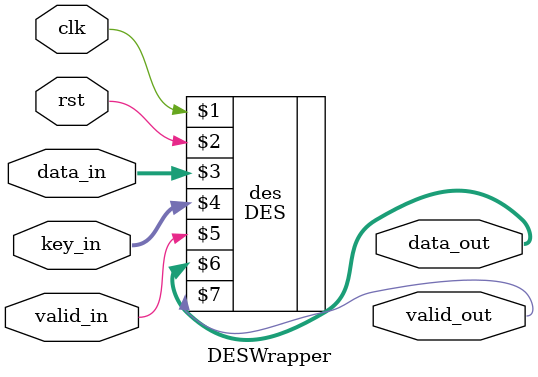
<source format=v>
`timescale 1ns / 1ps

module DESWrapper(
    input clk,
    input rst,
    input [0:63] data_in,
    input [0:63] key_in,
    input valid_in,
    output [0:63] data_out,
    output valid_out
);

DES des(clk, rst, data_in, key_in, valid_in, data_out, valid_out);

endmodule

</source>
